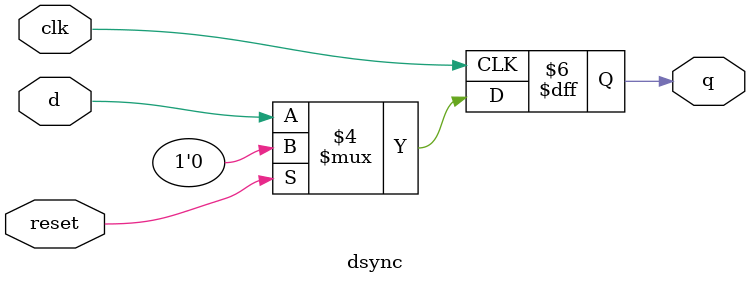
<source format=v>
module dsync(input clk,d,reset,output reg q);
always @(posedge clk) begin

if(reset==1'b1) q=1'b0;
else q=d;

end
endmodule

</source>
